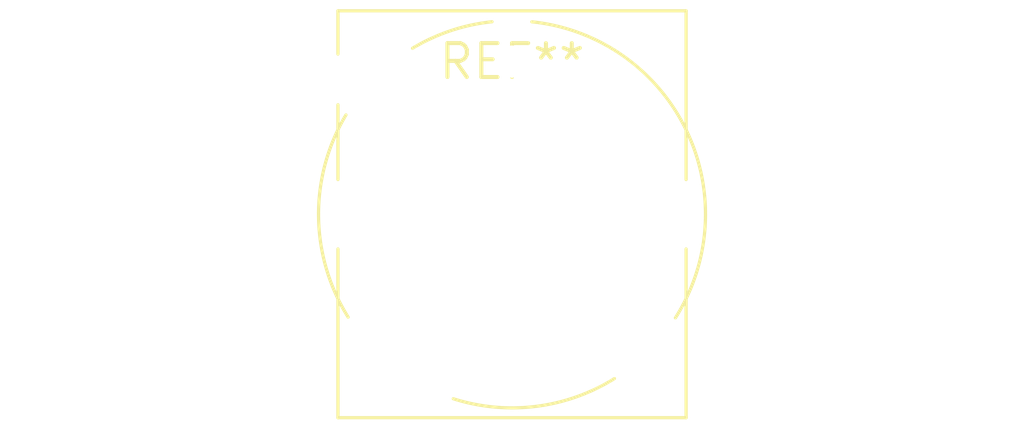
<source format=kicad_pcb>
(kicad_pcb (version 20240108) (generator pcbnew)
  (layers (0 "F.Cu" signal) (31 "B.Cu" signal) (34 "B.Paste" user) (35 "F.Paste" user) (36 "B.SilkS" user "B.Silkscreen") (37 "F.SilkS" user "F.Silkscreen") (38 "B.Mask" user) (39 "F.Mask" user) (44 "Edge.Cuts" user))
  (net 0 "")
  (footprint "Jack_6.35mm_Neutrik_NJ6FD-V_Vertical" (layer "F.Cu") (at 0 0)
    (property "Reference" "REF**")
    (property "Value" "Jack_6.35mm_Neutrik_NJ6FD-V_Vertical")
    (fp_line (start -6.52 -1.9) (end -6.52 -0.28) (layer "F.SilkS") (stroke (width 0.12)))
    (fp_line (start -6.52 -1.9) (end 6.52 -1.9) (layer "F.SilkS") (stroke (width 0.12)))
    (fp_line (start -6.52 1.62) (end -6.52 4.42) (layer "F.SilkS") (stroke (width 0.12)))
    (fp_line (start -6.52 7.02) (end -6.52 13.34) (layer "F.SilkS") (stroke (width 0.12)))
    (fp_line (start -6.52 13.34) (end 6.52 13.34) (layer "F.SilkS") (stroke (width 0.12)))
    (fp_line (start 6.52 -1.9) (end 6.52 4.42) (layer "F.SilkS") (stroke (width 0.12)))
    (fp_line (start 6.52 7.02) (end 6.52 13.34) (layer "F.SilkS") (stroke (width 0.12)))
    (fp_arc (start -6.138365 9.573216) (mid -7.247116 5.79812) (end -6.22 2) (layer "F.SilkS") (stroke (width 0.12)))
    (fp_arc (start -3.726809 -0.497515) (mid -2.292752 -1.156764) (end -0.75 -1.49) (layer "F.SilkS") (stroke (width 0.12)))
    (fp_arc (start 0.741615 -1.488246) (mid 6.519796 2.557554) (end 6.12 9.6) (layer "F.SilkS") (stroke (width 0.12)))
    (fp_arc (start 3.836366 11.873893) (mid 0.901303 12.915537) (end -2.2 12.63) (layer "F.SilkS") (stroke (width 0.12)))
    (pad "" np_thru_hole circle (at -3.18 12.07 180) (size 1.6 1.6) (drill 1.6) (layers *.Cu *.Mask))
    (pad "" np_thru_hole circle (at 3.81 1.91 180) (size 2.1 2.1) (drill 2.1) (layers *.Cu *.Mask))
    (pad "R" thru_hole circle (at 5.08 5.72 180) (size 3.4 3.4) (drill 1.6) (layers *.Cu *.Mask) (remove_unused_layers))
    (pad "RN" thru_hole circle (at 4.45 10.17 180) (size 3 3) (drill 1.2) (layers *.Cu *.Mask) (remove_unused_layers))
    (pad "S" thru_hole circle (at -5.08 5.72 180) (size 3.4 3.4) (drill 1.6) (layers *.Cu *.Mask) (remove_unused_layers))
    (pad "SN" thru_hole circle (at -4.45 10.17 180) (size 3 3) (drill 1.2) (layers *.Cu *.Mask) (remove_unused_layers))
    (pad "T" thru_hole circle (at 0 0 180) (size 3 3) (drill 1.2) (layers *.Cu *.Mask) (remove_unused_layers))
    (pad "TN" thru_hole circle (at -5.08 0.64 180) (size 3 3) (drill 1.2) (layers *.Cu *.Mask) (remove_unused_layers))
  )
)
</source>
